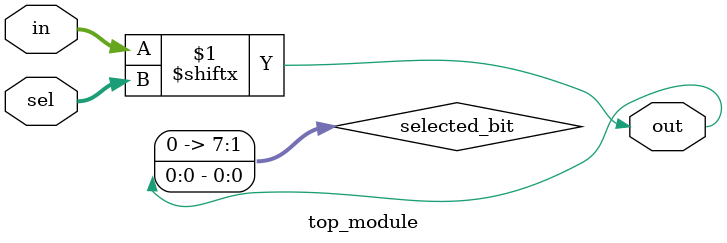
<source format=sv>
module top_module (
	input [255:0] in,
	input [7:0] sel,
	output  out
);

  wire [7:0] selected_bit;
  
  assign selected_bit = in[sel];
  
  assign out = selected_bit[0];
  
endmodule

</source>
